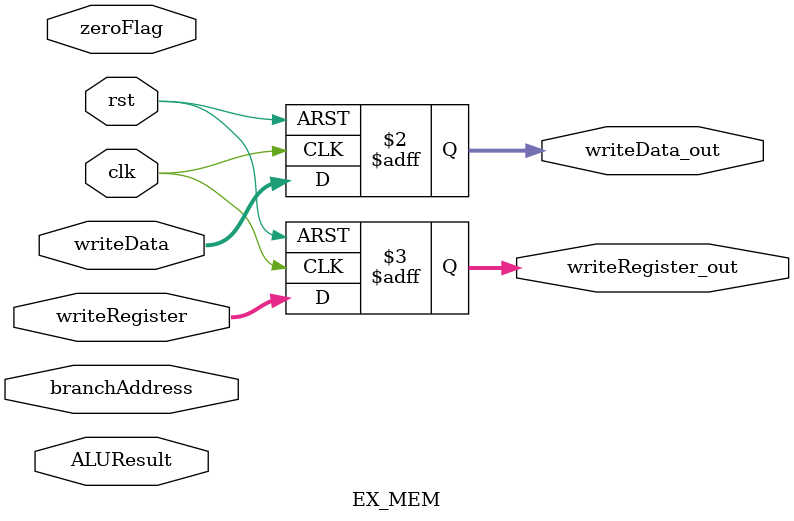
<source format=v>
`timescale 1ns / 1ps

module EX_MEM(
    input clk,
    input rst,
    input [31:0] branchAddress,
    input zeroFlag,
    input [31:0] ALUResult,
    input [31:0] writeData,
    input [4:0] writeRegister,

    output reg [31:0] writeData_out,
    output reg [4:0] writeRegister_out
);
    always @(posedge clk or posedge rst) begin
        if (rst) begin
            writeData_out <= 32'b0;
            writeRegister_out <= 5'b0;
        end else begin
            writeData_out <= writeData;
            writeRegister_out <= writeRegister;
        end
    end
endmodule
</source>
